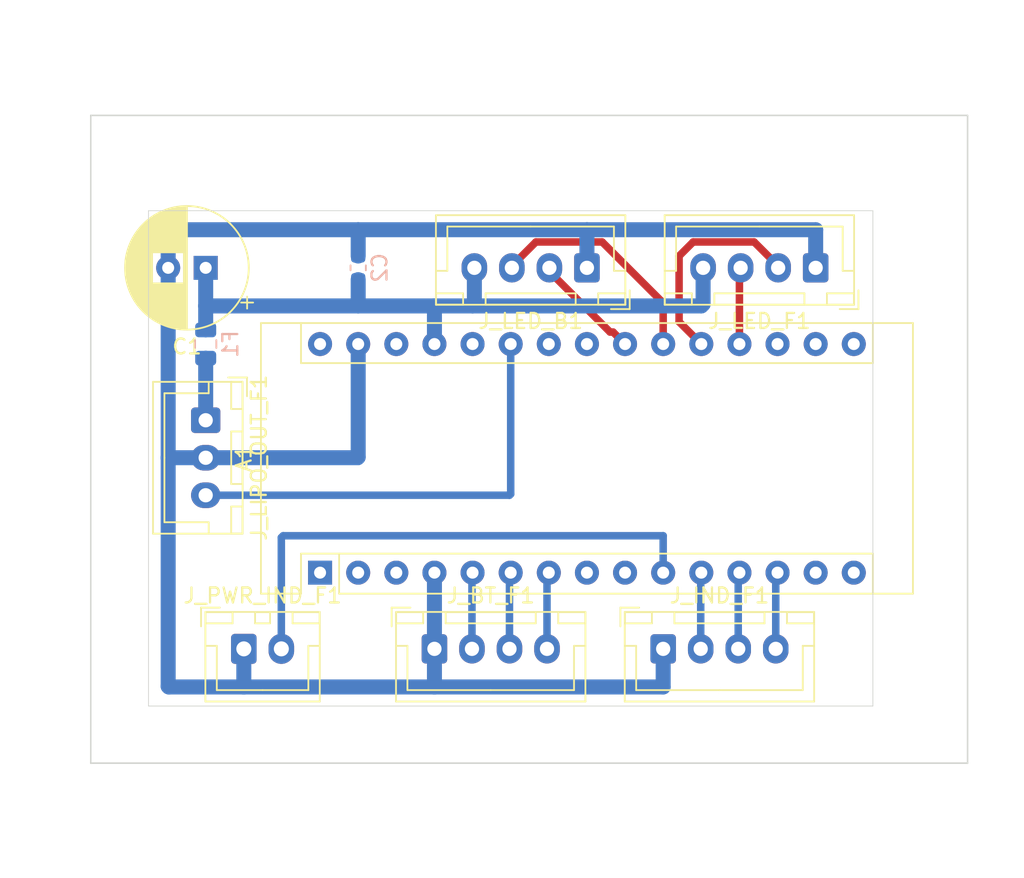
<source format=kicad_pcb>
(kicad_pcb (version 20211014) (generator pcbnew)
  (layers (0 "F.Cu" signal) (31 "B.Cu" signal) (34 "B.Paste" user) (35 "F.Paste" user) (36 "B.SilkS" user "B.Silkscreen") (37 "F.SilkS" user "F.Silkscreen") (38 "B.Mask" user) (39 "F.Mask" user) (44 "Edge.Cuts" user))
  (net 0 "")
  (net 1 "GND")
  (net 2 "BT_RIGHT_IND")
  (net 3 "BT_OFF_IND")
  (net 4 "+5V")
  (net 5 "BT_L_IND")
  (net 6 "PWR_IND")
  (net 7 "BAT_V")
  (net 8 "BT_RIGHT")
  (net 9 "BT_OFF")
  (net 10 "BT_L")
  (net 11 "CLOCK_LEDS_B")
  (net 12 "DATA_LEDS_B")
  (net 13 "CLOCK_LEDS_F")
  (net 14 "DATA_LEDS_F")
  (net 15 "Net-(F1-Pad1)")
  (footprint "Module:Arduino_Nano" (layer "F.Cu") (at 185.46 139.7 90)
    (fp_text reference "A1" (at 7.62 -5.08 90) (layer "F.SilkS"))
    (fp_text value "Arduino_Nano_v3.x")
    (fp_line (start 16.64 39.5) (end 16.64 -3.94) (layer "F.SilkS") (width 0.12))
    (fp_line (start 1.27 1.27) (end 1.27 36.83) (layer "F.SilkS") (width 0.12))
    (fp_line (start -1.4 1.27) (end -1.4 39.5) (layer "F.SilkS") (width 0.12))
    (fp_line (start 13.97 36.83) (end 16.64 36.83) (layer "F.SilkS") (width 0.12))
    (fp_line (start 1.27 1.27) (end 1.27 -1.27) (layer "F.SilkS") (width 0.12))
    (fp_line (start -1.4 -3.94) (end -1.4 -1.27) (layer "F.SilkS") (width 0.12))
    (fp_line (start 16.64 -3.94) (end -1.4 -3.94) (layer "F.SilkS") (width 0.12))
    (fp_line (start 1.27 -1.27) (end -1.4 -1.27) (layer "F.SilkS") (width 0.12))
    (fp_line (start 1.27 1.27) (end -1.4 1.27) (layer "F.SilkS") (width 0.12))
    (fp_line (start 13.97 -1.27) (end 16.64 -1.27) (layer "F.SilkS") (width 0.12))
    (fp_line (start 13.97 -1.27) (end 13.97 36.83) (layer "F.SilkS") (width 0.12))
    (fp_line (start 1.27 36.83) (end -1.4 36.83) (layer "F.SilkS") (width 0.12))
    (fp_line (start -1.4 39.5) (end 16.64 39.5) (layer "F.SilkS") (width 0.12))
    (pad "1" thru_hole rect locked (at 0 0 90) (size 1.6 1.6) (drill 0.8) (layers *.Cu *.Mask))
    (pad "2" thru_hole oval locked (at 0 2.54 90) (size 1.6 1.6) (drill 0.8) (layers *.Cu *.Mask))
    (pad "3" thru_hole oval locked (at 0 5.08 90) (size 1.6 1.6) (drill 0.8) (layers *.Cu *.Mask))
    (pad "4" thru_hole oval locked (at 0 7.62 90) (size 1.6 1.6) (drill 0.8) (layers *.Cu *.Mask) (net 1 "GND"))
    (pad "5" thru_hole oval locked (at 0 10.16 90) (size 1.6 1.6) (drill 0.8) (layers *.Cu *.Mask) (net 10 "BT_L"))
    (pad "6" thru_hole oval locked (at 0 12.7 90) (size 1.6 1.6) (drill 0.8) (layers *.Cu *.Mask) (net 9 "BT_OFF"))
    (pad "7" thru_hole oval locked (at 0 15.24 90) (size 1.6 1.6) (drill 0.8) (layers *.Cu *.Mask) (net 8 "BT_RIGHT"))
    (pad "8" thru_hole oval locked (at 0 17.78 90) (size 1.6 1.6) (drill 0.8) (layers *.Cu *.Mask))
    (pad "9" thru_hole oval locked (at 0 20.32 90) (size 1.6 1.6) (drill 0.8) (layers *.Cu *.Mask))
    (pad "10" thru_hole oval locked (at 0 22.86 90) (size 1.6 1.6) (drill 0.8) (layers *.Cu *.Mask) (net 6 "PWR_IND"))
    (pad "11" thru_hole oval locked (at 0 25.4 90) (size 1.6 1.6) (drill 0.8) (layers *.Cu *.Mask) (net 5 "BT_L_IND"))
    (pad "12" thru_hole oval locked (at 0 27.94 90) (size 1.6 1.6) (drill 0.8) (layers *.Cu *.Mask) (net 3 "BT_OFF_IND"))
    (pad "13" thru_hole oval locked (at 0 30.48 90) (size 1.6 1.6) (drill 0.8) (layers *.Cu *.Mask) (net 2 "BT_RIGHT_IND"))
    (pad "14" thru_hole oval locked (at 0 33.02 90) (size 1.6 1.6) (drill 0.8) (layers *.Cu *.Mask))
    (pad "15" thru_hole oval locked (at 0 35.56 90) (size 1.6 1.6) (drill 0.8) (layers *.Cu *.Mask))
    (pad "16" thru_hole oval locked (at 15.24 35.56 90) (size 1.6 1.6) (drill 0.8) (layers *.Cu *.Mask))
    (pad "17" thru_hole oval locked (at 15.24 33.02 90) (size 1.6 1.6) (drill 0.8) (layers *.Cu *.Mask))
    (pad "18" thru_hole oval locked (at 15.24 30.48 90) (size 1.6 1.6) (drill 0.8) (layers *.Cu *.Mask))
    (pad "19" thru_hole oval locked (at 15.24 27.94 90) (size 1.6 1.6) (drill 0.8) (layers *.Cu *.Mask) (net 14 "DATA_LEDS_F"))
    (pad "20" thru_hole oval locked (at 15.24 25.4 90) (size 1.6 1.6) (drill 0.8) (layers *.Cu *.Mask) (net 13 "CLOCK_LEDS_F"))
    (pad "21" thru_hole oval locked (at 15.24 22.86 90) (size 1.6 1.6) (drill 0.8) (layers *.Cu *.Mask) (net 12 "DATA_LEDS_B"))
    (pad "22" thru_hole oval locked (at 15.24 20.32 90) (size 1.6 1.6) (drill 0.8) (layers *.Cu *.Mask) (net 11 "CLOCK_LEDS_B"))
    (pad "23" thru_hole oval locked (at 15.24 17.78 90) (size 1.6 1.6) (drill 0.8) (layers *.Cu *.Mask))
    (pad "24" thru_hole oval locked (at 15.24 15.24 90) (size 1.6 1.6) (drill 0.8) (layers *.Cu *.Mask))
    (pad "25" thru_hole oval locked (at 15.24 12.7 90) (size 1.6 1.6) (drill 0.8) (layers *.Cu *.Mask) (net 7 "BAT_V"))
    (pad "26" thru_hole oval locked (at 15.24 10.16 90) (size 1.6 1.6) (drill 0.8) (layers *.Cu *.Mask))
    (pad "27" thru_hole oval locked (at 15.24 7.62 90) (size 1.6 1.6) (drill 0.8) (layers *.Cu *.Mask) (net 4 "+5V"))
    (pad "28" thru_hole oval locked (at 15.24 5.08 90) (size 1.6 1.6) (drill 0.8) (layers *.Cu *.Mask))
    (pad "29" thru_hole oval locked (at 15.24 2.54 90) (size 1.6 1.6) (drill 0.8) (layers *.Cu *.Mask) (net 1 "GND"))
    (pad "30" thru_hole oval locked (at 15.24 0 90) (size 1.6 1.6) (drill 0.8) (layers *.Cu *.Mask))
  )
  (footprint "Connector_JST:JST_XH_B4B-XH-A_1x04_P2.50mm_Vertical" (layer "F.Cu") (at 193.08 144.78)
    (fp_text reference "J_BT_F1" (at 3.75 -3.55) (layer "F.SilkS"))
    (fp_text value "Conn_01x04_Female")
    (fp_line (start 0.75 -2.45) (end 0.75 -1.7) (layer "F.SilkS") (width 0.12))
    (fp_line (start 10.05 -1.7) (end 10.05 -2.45) (layer "F.SilkS") (width 0.12))
    (fp_line (start 9.3 2.75) (end 3.75 2.75) (layer "F.SilkS") (width 0.12))
    (fp_line (start 10.05 -0.2) (end 9.3 -0.2) (layer "F.SilkS") (width 0.12))
    (fp_line (start -2.56 3.51) (end 10.06 3.51) (layer "F.SilkS") (width 0.12))
    (fp_line (start 10.06 3.51) (end 10.06 -2.46) (layer "F.SilkS") (width 0.12))
    (fp_line (start 9.3 -0.2) (end 9.3 2.75) (layer "F.SilkS") (width 0.12))
    (fp_line (start 0.75 -1.7) (end 6.75 -1.7) (layer "F.SilkS") (width 0.12))
    (fp_line (start -1.8 -0.2) (end -1.8 2.75) (layer "F.SilkS") (width 0.12))
    (fp_line (start -2.55 -2.45) (end -2.55 -1.7) (layer "F.SilkS") (width 0.12))
    (fp_line (start -2.55 -0.2) (end -1.8 -0.2) (layer "F.SilkS") (width 0.12))
    (fp_line (start 6.75 -1.7) (end 6.75 -2.45) (layer "F.SilkS") (width 0.12))
    (fp_line (start 10.06 -2.46) (end -2.56 -2.46) (layer "F.SilkS") (width 0.12))
    (fp_line (start -2.56 -2.46) (end -2.56 3.51) (layer "F.SilkS") (width 0.12))
    (fp_line (start -2.85 -2.75) (end -2.85 -1.5) (layer "F.SilkS") (width 0.12))
    (fp_line (start -1.6 -2.75) (end -2.85 -2.75) (layer "F.SilkS") (width 0.12))
    (fp_line (start -0.75 -1.7) (end -0.75 -2.45) (layer "F.SilkS") (width 0.12))
    (fp_line (start 10.05 -2.45) (end 8.25 -2.45) (layer "F.SilkS") (width 0.12))
    (fp_line (start -0.75 -2.45) (end -2.55 -2.45) (layer "F.SilkS") (width 0.12))
    (fp_line (start 8.25 -2.45) (end 8.25 -1.7) (layer "F.SilkS") (width 0.12))
    (fp_line (start -2.55 -1.7) (end -0.75 -1.7) (layer "F.SilkS") (width 0.12))
    (fp_line (start 8.25 -1.7) (end 10.05 -1.7) (layer "F.SilkS") (width 0.12))
    (fp_line (start 6.75 -2.45) (end 0.75 -2.45) (layer "F.SilkS") (width 0.12))
    (fp_line (start -1.8 2.75) (end 3.75 2.75) (layer "F.SilkS") (width 0.12))
    (pad "1" thru_hole roundrect locked (at 0 0) (size 1.7 1.95) (drill 0.95) (layers *.Cu *.Mask) (roundrect_rratio 0.147059) (net 1 "GND"))
    (pad "2" thru_hole oval locked (at 2.5 0) (size 1.7 1.95) (drill 0.95) (layers *.Cu *.Mask) (net 10 "BT_L"))
    (pad "3" thru_hole oval locked (at 5 0) (size 1.7 1.95) (drill 0.95) (layers *.Cu *.Mask) (net 9 "BT_OFF"))
    (pad "4" thru_hole oval locked (at 7.5 0) (size 1.7 1.95) (drill 0.95) (layers *.Cu *.Mask) (net 8 "BT_RIGHT"))
  )
  (footprint "Connector_JST:JST_XH_B4B-XH-A_1x04_P2.50mm_Vertical" (layer "F.Cu") (at 208.32 144.78)
    (fp_text reference "J_IND_F1" (at 3.75 -3.55) (layer "F.SilkS"))
    (fp_text value "Conn_01x04_Female")
    (fp_line (start -1.8 -0.2) (end -1.8 2.75) (layer "F.SilkS") (width 0.12))
    (fp_line (start -2.56 -2.46) (end -2.56 3.51) (layer "F.SilkS") (width 0.12))
    (fp_line (start 9.3 -0.2) (end 9.3 2.75) (layer "F.SilkS") (width 0.12))
    (fp_line (start -2.56 3.51) (end 10.06 3.51) (layer "F.SilkS") (width 0.12))
    (fp_line (start 6.75 -2.45) (end 0.75 -2.45) (layer "F.SilkS") (width 0.12))
    (fp_line (start -2.55 -2.45) (end -2.55 -1.7) (layer "F.SilkS") (width 0.12))
    (fp_line (start 10.06 -2.46) (end -2.56 -2.46) (layer "F.SilkS") (width 0.12))
    (fp_line (start 10.05 -0.2) (end 9.3 -0.2) (layer "F.SilkS") (width 0.12))
    (fp_line (start -1.8 2.75) (end 3.75 2.75) (layer "F.SilkS") (width 0.12))
    (fp_line (start 0.75 -1.7) (end 6.75 -1.7) (layer "F.SilkS") (width 0.12))
    (fp_line (start -0.75 -1.7) (end -0.75 -2.45) (layer "F.SilkS") (width 0.12))
    (fp_line (start 6.75 -1.7) (end 6.75 -2.45) (layer "F.SilkS") (width 0.12))
    (fp_line (start -2.55 -1.7) (end -0.75 -1.7) (layer "F.SilkS") (width 0.12))
    (fp_line (start -2.85 -2.75) (end -2.85 -1.5) (layer "F.SilkS") (width 0.12))
    (fp_line (start 0.75 -2.45) (end 0.75 -1.7) (layer "F.SilkS") (width 0.12))
    (fp_line (start 10.05 -1.7) (end 10.05 -2.45) (layer "F.SilkS") (width 0.12))
    (fp_line (start 10.05 -2.45) (end 8.25 -2.45) (layer "F.SilkS") (width 0.12))
    (fp_line (start -2.55 -0.2) (end -1.8 -0.2) (layer "F.SilkS") (width 0.12))
    (fp_line (start 9.3 2.75) (end 3.75 2.75) (layer "F.SilkS") (width 0.12))
    (fp_line (start -0.75 -2.45) (end -2.55 -2.45) (layer "F.SilkS") (width 0.12))
    (fp_line (start 10.06 3.51) (end 10.06 -2.46) (layer "F.SilkS") (width 0.12))
    (fp_line (start -1.6 -2.75) (end -2.85 -2.75) (layer "F.SilkS") (width 0.12))
    (fp_line (start 8.25 -1.7) (end 10.05 -1.7) (layer "F.SilkS") (width 0.12))
    (fp_line (start 8.25 -2.45) (end 8.25 -1.7) (layer "F.SilkS") (width 0.12))
    (pad "1" thru_hole roundrect locked (at 0 0) (size 1.7 1.95) (drill 0.95) (layers *.Cu *.Mask) (roundrect_rratio 0.147059) (net 1 "GND"))
    (pad "2" thru_hole oval locked (at 2.5 0) (size 1.7 1.95) (drill 0.95) (layers *.Cu *.Mask) (net 5 "BT_L_IND"))
    (pad "3" thru_hole oval locked (at 5 0) (size 1.7 1.95) (drill 0.95) (layers *.Cu *.Mask) (net 3 "BT_OFF_IND"))
    (pad "4" thru_hole oval locked (at 7.5 0) (size 1.7 1.95) (drill 0.95) (layers *.Cu *.Mask) (net 2 "BT_RIGHT_IND"))
  )
  (footprint "Connector_JST:JST_XH_B3B-XH-A_1x03_P2.50mm_Vertical" (layer "F.Cu") (at 177.84 129.54 -90)
    (fp_text reference "J_LIPO_OUT_F1" (at 2.5 -3.55 -90) (layer "F.SilkS"))
    (fp_text value "Conn_01x03_Female")
    (fp_line (start -2.56 -2.46) (end -2.56 3.51) (layer "F.SilkS") (width 0.12))
    (fp_line (start -2.85 -2.75) (end -2.85 -1.5) (layer "F.SilkS") (width 0.12))
    (fp_line (start 4.25 -2.45) (end 0.75 -2.45) (layer "F.SilkS") (width 0.12))
    (fp_line (start 6.8 2.75) (end 2.5 2.75) (layer "F.SilkS") (width 0.12))
    (fp_line (start 7.56 3.51) (end 7.56 -2.46) (layer "F.SilkS") (width 0.12))
    (fp_line (start 0.75 -2.45) (end 0.75 -1.7) (layer "F.SilkS") (width 0.12))
    (fp_line (start -1.8 2.75) (end 2.5 2.75) (layer "F.SilkS") (width 0.12))
    (fp_line (start -2.55 -0.2) (end -1.8 -0.2) (layer "F.SilkS") (width 0.12))
    (fp_line (start 7.55 -0.2) (end 6.8 -0.2) (layer "F.SilkS") (width 0.12))
    (fp_line (start 7.56 -2.46) (end -2.56 -2.46) (layer "F.SilkS") (width 0.12))
    (fp_line (start 4.25 -1.7) (end 4.25 -2.45) (layer "F.SilkS") (width 0.12))
    (fp_line (start -2.55 -1.7) (end -0.75 -1.7) (layer "F.SilkS") (width 0.12))
    (fp_line (start -2.55 -2.45) (end -2.55 -1.7) (layer "F.SilkS") (width 0.12))
    (fp_line (start 6.8 -0.2) (end 6.8 2.75) (layer "F.SilkS") (width 0.12))
    (fp_line (start -1.8 -0.2) (end -1.8 2.75) (layer "F.SilkS") (width 0.12))
    (fp_line (start 7.55 -2.45) (end 5.75 -2.45) (layer "F.SilkS") (width 0.12))
    (fp_line (start -1.6 -2.75) (end -2.85 -2.75) (layer "F.SilkS") (width 0.12))
    (fp_line (start -0.75 -2.45) (end -2.55 -2.45) (layer "F.SilkS") (width 0.12))
    (fp_line (start -2.56 3.51) (end 7.56 3.51) (layer "F.SilkS") (width 0.12))
    (fp_line (start -0.75 -1.7) (end -0.75 -2.45) (layer "F.SilkS") (width 0.12))
    (fp_line (start 5.75 -2.45) (end 5.75 -1.7) (layer "F.SilkS") (width 0.12))
    (fp_line (start 0.75 -1.7) (end 4.25 -1.7) (layer "F.SilkS") (width 0.12))
    (fp_line (start 7.55 -1.7) (end 7.55 -2.45) (layer "F.SilkS") (width 0.12))
    (fp_line (start 5.75 -1.7) (end 7.55 -1.7) (layer "F.SilkS") (width 0.12))
    (pad "1" thru_hole roundrect locked (at 0 0 270) (size 1.7 1.95) (drill 0.95) (layers *.Cu *.Mask) (roundrect_rratio 0.147059) (net 15 "Net-(F1-Pad1)"))
    (pad "2" thru_hole oval locked (at 2.5 0 270) (size 1.7 1.95) (drill 0.95) (layers *.Cu *.Mask) (net 1 "GND"))
    (pad "3" thru_hole oval locked (at 5 0 270) (size 1.7 1.95) (drill 0.95) (layers *.Cu *.Mask) (net 7 "BAT_V"))
  )
  (footprint "Connector_JST:JST_XH_B4B-XH-A_1x04_P2.50mm_Vertical" (layer "F.Cu") (at 203.24 119.38 180)
    (fp_text reference "J_LED_B1" (at 3.75 -3.55 180) (layer "F.SilkS"))
    (fp_text value "Conn_01x04_Female")
    (fp_line (start 10.05 -0.2) (end 9.3 -0.2) (layer "F.SilkS") (width 0.12))
    (fp_line (start 8.25 -1.7) (end 10.05 -1.7) (layer "F.SilkS") (width 0.12))
    (fp_line (start -2.55 -1.7) (end -0.75 -1.7) (layer "F.SilkS") (width 0.12))
    (fp_line (start 6.75 -2.45) (end 0.75 -2.45) (layer "F.SilkS") (width 0.12))
    (fp_line (start -1.6 -2.75) (end -2.85 -2.75) (layer "F.SilkS") (width 0.12))
    (fp_line (start 9.3 2.75) (end 3.75 2.75) (layer "F.SilkS") (width 0.12))
    (fp_line (start -1.8 -0.2) (end -1.8 2.75) (layer "F.SilkS") (width 0.12))
    (fp_line (start -2.55 -0.2) (end -1.8 -0.2) (layer "F.SilkS") (width 0.12))
    (fp_line (start -2.55 -2.45) (end -2.55 -1.7) (layer "F.SilkS") (width 0.12))
    (fp_line (start 10.05 -1.7) (end 10.05 -2.45) (layer "F.SilkS") (width 0.12))
    (fp_line (start -2.85 -2.75) (end -2.85 -1.5) (layer "F.SilkS") (width 0.12))
    (fp_line (start 10.05 -2.45) (end 8.25 -2.45) (layer "F.SilkS") (width 0.12))
    (fp_line (start 8.25 -2.45) (end 8.25 -1.7) (layer "F.SilkS") (width 0.12))
    (fp_line (start 10.06 -2.46) (end -2.56 -2.46) (layer "F.SilkS") (width 0.12))
    (fp_line (start 6.75 -1.7) (end 6.75 -2.45) (layer "F.SilkS") (width 0.12))
    (fp_line (start 0.75 -2.45) (end 0.75 -1.7) (layer "F.SilkS") (width 0.12))
    (fp_line (start -0.75 -2.45) (end -2.55 -2.45) (layer "F.SilkS") (width 0.12))
    (fp_line (start -0.75 -1.7) (end -0.75 -2.45) (layer "F.SilkS") (width 0.12))
    (fp_line (start -1.8 2.75) (end 3.75 2.75) (layer "F.SilkS") (width 0.12))
    (fp_line (start -2.56 -2.46) (end -2.56 3.51) (layer "F.SilkS") (width 0.12))
    (fp_line (start -2.56 3.51) (end 10.06 3.51) (layer "F.SilkS") (width 0.12))
    (fp_line (start 9.3 -0.2) (end 9.3 2.75) (layer "F.SilkS") (width 0.12))
    (fp_line (start 10.06 3.51) (end 10.06 -2.46) (layer "F.SilkS") (width 0.12))
    (fp_line (start 0.75 -1.7) (end 6.75 -1.7) (layer "F.SilkS") (width 0.12))
    (pad "1" thru_hole roundrect locked (at 0 0 180) (size 1.7 1.95) (drill 0.95) (layers *.Cu *.Mask) (roundrect_rratio 0.147059) (net 1 "GND"))
    (pad "2" thru_hole oval locked (at 2.5 0 180) (size 1.7 1.95) (drill 0.95) (layers *.Cu *.Mask) (net 11 "CLOCK_LEDS_B"))
    (pad "3" thru_hole oval locked (at 5 0 180) (size 1.7 1.95) (drill 0.95) (layers *.Cu *.Mask) (net 12 "DATA_LEDS_B"))
    (pad "4" thru_hole oval locked (at 7.5 0 180) (size 1.7 1.95) (drill 0.95) (layers *.Cu *.Mask) (net 4 "+5V"))
  )
  (footprint "Connector_JST:JST_XH_B4B-XH-A_1x04_P2.50mm_Vertical" (layer "F.Cu") (at 218.48 119.38 180)
    (fp_text reference "J_LED_F1" (at 3.75 -3.55 180) (layer "F.SilkS"))
    (fp_text value "Conn_01x04_Female")
    (fp_line (start 8.25 -2.45) (end 8.25 -1.7) (layer "F.SilkS") (width 0.12))
    (fp_line (start -1.6 -2.75) (end -2.85 -2.75) (layer "F.SilkS") (width 0.12))
    (fp_line (start -2.56 -2.46) (end -2.56 3.51) (layer "F.SilkS") (width 0.12))
    (fp_line (start 10.05 -2.45) (end 8.25 -2.45) (layer "F.SilkS") (width 0.12))
    (fp_line (start 6.75 -2.45) (end 0.75 -2.45) (layer "F.SilkS") (width 0.12))
    (fp_line (start 9.3 -0.2) (end 9.3 2.75) (layer "F.SilkS") (width 0.12))
    (fp_line (start -2.55 -2.45) (end -2.55 -1.7) (layer "F.SilkS") (width 0.12))
    (fp_line (start 0.75 -2.45) (end 0.75 -1.7) (layer "F.SilkS") (width 0.12))
    (fp_line (start 10.05 -1.7) (end 10.05 -2.45) (layer "F.SilkS") (width 0.12))
    (fp_line (start 9.3 2.75) (end 3.75 2.75) (layer "F.SilkS") (width 0.12))
    (fp_line (start -1.8 2.75) (end 3.75 2.75) (layer "F.SilkS") (width 0.12))
    (fp_line (start -2.55 -1.7) (end -0.75 -1.7) (layer "F.SilkS") (width 0.12))
    (fp_line (start 6.75 -1.7) (end 6.75 -2.45) (layer "F.SilkS") (width 0.12))
    (fp_line (start 8.25 -1.7) (end 10.05 -1.7) (layer "F.SilkS") (width 0.12))
    (fp_line (start -0.75 -2.45) (end -2.55 -2.45) (layer "F.SilkS") (width 0.12))
    (fp_line (start 0.75 -1.7) (end 6.75 -1.7) (layer "F.SilkS") (width 0.12))
    (fp_line (start 10.05 -0.2) (end 9.3 -0.2) (layer "F.SilkS") (width 0.12))
    (fp_line (start -2.55 -0.2) (end -1.8 -0.2) (layer "F.SilkS") (width 0.12))
    (fp_line (start -2.56 3.51) (end 10.06 3.51) (layer "F.SilkS") (width 0.12))
    (fp_line (start -0.75 -1.7) (end -0.75 -2.45) (layer "F.SilkS") (width 0.12))
    (fp_line (start -1.8 -0.2) (end -1.8 2.75) (layer "F.SilkS") (width 0.12))
    (fp_line (start 10.06 -2.46) (end -2.56 -2.46) (layer "F.SilkS") (width 0.12))
    (fp_line (start 10.06 3.51) (end 10.06 -2.46) (layer "F.SilkS") (width 0.12))
    (fp_line (start -2.85 -2.75) (end -2.85 -1.5) (layer "F.SilkS") (width 0.12))
    (pad "1" thru_hole roundrect locked (at 0 0 180) (size 1.7 1.95) (drill 0.95) (layers *.Cu *.Mask) (roundrect_rratio 0.147059) (net 1 "GND"))
    (pad "2" thru_hole oval locked (at 2.5 0 180) (size 1.7 1.95) (drill 0.95) (layers *.Cu *.Mask) (net 13 "CLOCK_LEDS_F"))
    (pad "3" thru_hole oval locked (at 5 0 180) (size 1.7 1.95) (drill 0.95) (layers *.Cu *.Mask) (net 14 "DATA_LEDS_F"))
    (pad "4" thru_hole oval locked (at 7.5 0 180) (size 1.7 1.95) (drill 0.95) (layers *.Cu *.Mask) (net 4 "+5V"))
  )
  (footprint "Connector_JST:JST_XH_B2B-XH-A_1x02_P2.50mm_Vertical" (layer "F.Cu") (at 180.38 144.78)
    (fp_text reference "J_PWR_IND_F1" (at 1.25 -3.55) (layer "F.SilkS"))
    (fp_text value "Conn_01x02_Female")
    (fp_line (start -2.56 -2.46) (end -2.56 3.51) (layer "F.SilkS") (width 0.12))
    (fp_line (start 5.06 3.51) (end 5.06 -2.46) (layer "F.SilkS") (width 0.12))
    (fp_line (start 0.75 -1.7) (end 1.75 -1.7) (layer "F.SilkS") (width 0.12))
    (fp_line (start -2.55 -2.45) (end -2.55 -1.7) (layer "F.SilkS") (width 0.12))
    (fp_line (start 5.05 -2.45) (end 3.25 -2.45) (layer "F.SilkS") (width 0.12))
    (fp_line (start 0.75 -2.45) (end 0.75 -1.7) (layer "F.SilkS") (width 0.12))
    (fp_line (start 4.3 2.75) (end 1.25 2.75) (layer "F.SilkS") (width 0.12))
    (fp_line (start -0.75 -2.45) (end -2.55 -2.45) (layer "F.SilkS") (width 0.12))
    (fp_line (start -2.85 -2.75) (end -2.85 -1.5) (layer "F.SilkS") (width 0.12))
    (fp_line (start 5.05 -1.7) (end 5.05 -2.45) (layer "F.SilkS") (width 0.12))
    (fp_line (start 5.06 -2.46) (end -2.56 -2.46) (layer "F.SilkS") (width 0.12))
    (fp_line (start 5.05 -0.2) (end 4.3 -0.2) (layer "F.SilkS") (width 0.12))
    (fp_line (start -0.75 -1.7) (end -0.75 -2.45) (layer "F.SilkS") (width 0.12))
    (fp_line (start 3.25 -2.45) (end 3.25 -1.7) (layer "F.SilkS") (width 0.12))
    (fp_line (start 1.75 -2.45) (end 0.75 -2.45) (layer "F.SilkS") (width 0.12))
    (fp_line (start -1.6 -2.75) (end -2.85 -2.75) (layer "F.SilkS") (width 0.12))
    (fp_line (start -1.8 -0.2) (end -1.8 2.75) (layer "F.SilkS") (width 0.12))
    (fp_line (start 4.3 -0.2) (end 4.3 2.75) (layer "F.SilkS") (width 0.12))
    (fp_line (start -2.55 -0.2) (end -1.8 -0.2) (layer "F.SilkS") (width 0.12))
    (fp_line (start -2.56 3.51) (end 5.06 3.51) (layer "F.SilkS") (width 0.12))
    (fp_line (start 1.75 -1.7) (end 1.75 -2.45) (layer "F.SilkS") (width 0.12))
    (fp_line (start -1.8 2.75) (end 1.25 2.75) (layer "F.SilkS") (width 0.12))
    (fp_line (start 3.25 -1.7) (end 5.05 -1.7) (layer "F.SilkS") (width 0.12))
    (fp_line (start -2.55 -1.7) (end -0.75 -1.7) (layer "F.SilkS") (width 0.12))
    (pad "1" thru_hole roundrect locked (at 0 0) (size 1.7 2) (drill 1) (layers *.Cu *.Mask) (roundrect_rratio 0.147059) (net 1 "GND"))
    (pad "2" thru_hole oval locked (at 2.5 0) (size 1.7 2) (drill 1) (layers *.Cu *.Mask) (net 6 "PWR_IND"))
  )
  (footprint "Capacitor_THT:CP_Radial_D8.0mm_P2.50mm" (layer "F.Cu") (at 177.84 119.38 180)
    (fp_text reference "C1" (at 1.25 -5.25 180) (layer "F.SilkS"))
    (fp_text value "200uF")
    (fp_line (start 3.051 -3.666) (end 3.051 -1.04) (layer "F.SilkS") (width 0.12))
    (fp_line (start 2.891 -3.74) (end 2.891 -1.04) (layer "F.SilkS") (width 0.12))
    (fp_line (start 3.251 1.04) (end 3.251 3.562) (layer "F.SilkS") (width 0.12))
    (fp_line (start 2.131 -3.985) (end 2.131 -1.04) (layer "F.SilkS") (width 0.12))
    (fp_line (start 3.411 1.04) (end 3.411 3.469) (layer "F.SilkS") (width 0.12))
    (fp_line (start 3.211 1.04) (end 3.211 3.584) (layer "F.SilkS") (width 0.12))
    (fp_line (start 4.811 -2.034) (end 4.811 2.034) (layer "F.SilkS") (width 0.12))
    (fp_line (start 1.57 1.04) (end 1.57 4.068) (layer "F.SilkS") (width 0.12))
    (fp_line (start 1.93 1.04) (end 1.93 4.024) (layer "F.SilkS") (width 0.12))
    (fp_line (start 3.691 -3.28) (end 3.691 3.28) (layer "F.SilkS") (width 0.12))
    (fp_line (start 2.931 -3.722) (end 2.931 -1.04) (layer "F.SilkS") (width 0.12))
    (fp_line (start 1.81 1.04) (end 1.81 4.042) (layer "F.SilkS") (width 0.12))
    (fp_line (start 1.49 -4.074) (end 1.49 -1.04) (layer "F.SilkS") (width 0.12))
    (fp_line (start 1.53 1.04) (end 1.53 4.071) (layer "F.SilkS") (width 0.12))
    (fp_line (start 3.651 -3.309) (end 3.651 3.309) (layer "F.SilkS") (width 0.12))
    (fp_line (start 3.731 -3.25) (end 3.731 3.25) (layer "F.SilkS") (width 0.12))
    (fp_line (start 1.69 1.04) (end 1.69 4.057) (layer "F.SilkS") (width 0.12))
    (fp_line (start 4.531 -2.454) (end 4.531 2.454) (layer "F.SilkS") (width 0.12))
    (fp_line (start 3.171 1.04) (end 3.171 3.606) (layer "F.SilkS") (width 0.12))
    (fp_line (start 1.45 -4.076) (end 1.45 4.076) (layer "F.SilkS") (width 0.12))
    (fp_line (start 4.451 -2.556) (end 4.451 2.556) (layer "F.SilkS") (width 0.12))
    (fp_line (start 2.731 1.04) (end 2.731 3.805) (layer "F.SilkS") (width 0.12))
    (fp_line (start 3.291 -3.54) (end 3.291 -1.04) (layer "F.SilkS") (width 0.12))
    (fp_line (start 2.051 -4.002) (end 2.051 -1.04) (layer "F.SilkS") (width 0.12))
    (fp_line (start 1.85 1.04) (end 1.85 4.037) (layer "F.SilkS") (width 0.12))
    (fp_line (start 5.251 -0.948) (end 5.251 0.948) (layer "F.SilkS") (width 0.12))
    (fp_line (start 5.171 -1.229) (end 5.171 1.229) (layer "F.SilkS") (width 0.12))
    (fp_line (start 4.731 -2.166) (end 4.731 2.166) (layer "F.SilkS") (width 0.12))
    (fp_line (start 1.61 1.04) (end 1.61 4.065) (layer "F.SilkS") (width 0.12))
    (fp_line (start 5.331 -0.533) (end 5.331 0.533) (layer "F.SilkS") (width 0.12))
    (fp_line (start 4.691 -2.228) (end 4.691 2.228) (layer "F.SilkS") (width 0.12))
    (fp_line (start 2.971 -3.704) (end 2.971 -1.04) (layer "F.SilkS") (width 0.12))
    (fp_line (start 2.691 -3.821) (end 2.691 -1.04) (layer "F.SilkS") (width 0.12))
    (fp_line (start 3.411 -3.469) (end 3.411 -1.04) (layer "F.SilkS") (width 0.12))
    (fp_line (start 2.851 1.04) (end 2.851 3.757) (layer "F.SilkS") (width 0.12))
    (fp_line (start 3.211 -3.584) (end 3.211 -1.04) (layer "F.SilkS") (width 0.12))
    (fp_line (start 3.451 1.04) (end 3.451 3.444) (layer "F.SilkS") (width 0.12))
    (fp_line (start 2.211 -3.967) (end 2.211 -1.04) (layer "F.SilkS") (width 0.12))
    (fp_line (start 3.611 -3.338) (end 3.611 3.338) (layer "F.SilkS") (width 0.12))
    (fp_line (start 4.251 -2.784) (end 4.251 2.784) (layer "F.SilkS") (width 0.12))
    (fp_line (start 1.93 -4.024) (end 1.93 -1.04) (layer "F.SilkS") (width 0.12))
    (fp_line (start 5.131 -1.346) (end 5.131 1.346) (layer "F.SilkS") (width 0.12))
    (fp_line (start -2.759698 -2.715) (end -2.759698 -1.915) (layer "F.SilkS") (width 0.12))
    (fp_line (start 1.29 -4.08) (end 1.29 4.08) (layer "F.SilkS") (width 0.12))
    (fp_line (start 4.611 -2.345) (end 4.611 2.345) (layer "F.SilkS") (width 0.12))
    (fp_line (start 1.73 -4.052) (end 1.73 -1.04) (layer "F.SilkS") (width 0.12))
    (fp_line (start 2.411 -3.914) (end 2.411 -1.04) (layer "F.SilkS") (width 0.12))
    (fp_line (start 4.851 -1.964) (end 4.851 1.964) (layer "F.SilkS") (width 0.12))
    (fp_line (start 3.371 1.04) (end 3.371 3.493) (layer "F.SilkS") (width 0.12))
    (fp_line (start 3.971 -3.055) (end 3.971 3.055) (layer "F.SilkS") (width 0.12))
    (fp_line (start 1.77 -4.048) (end 1.77 -1.04) (layer "F.SilkS") (width 0.12))
    (fp_line (start 3.051 1.04) (end 3.051 3.666) (layer "F.SilkS") (width 0.12))
    (fp_line (start 4.291 -2.741) (end 4.291 2.741) (layer "F.SilkS") (width 0.12))
    (fp_line (start 1.41 -4.077) (end 1.41 4.077) (layer "F.SilkS") (width 0.12))
    (fp_line (start 1.89 1.04) (end 1.89 4.03) (layer "F.SilkS") (width 0.12))
    (fp_line (start 3.331 -3.517) (end 3.331 -1.04) (layer "F.SilkS") (width 0.12))
    (fp_line (start 2.451 -3.902) (end 2.451 -1.04) (layer "F.SilkS") (width 0.12))
    (fp_line (start 2.731 -3.805) (end 2.731 -1.04) (layer "F.SilkS") (width 0.12))
    (fp_line (start 2.891 1.04) (end 2.891 3.74) (layer "F.SilkS") (width 0.12))
    (fp_line (start 2.291 1.04) (end 2.291 3.947) (layer "F.SilkS") (width 0.12))
    (fp_line (start -3.159698 -2.315) (end -2.359698 -2.315) (layer "F.SilkS") (width 0.12))
    (fp_line (start 2.491 -3.889) (end 2.491 -1.04) (layer "F.SilkS") (width 0.12))
    (fp_line (start 2.531 1.04) (end 2.531 3.877) (layer "F.SilkS") (width 0.12))
    (fp_line (start 4.491 -2.505) (end 4.491 2.505) (layer "F.SilkS") (width 0.12))
    (fp_line (start 1.81 -4.042) (end 1.81 -1.04) (layer "F.SilkS") (width 0.12))
    (fp_line (start 2.611 -3.85) (end 2.611 -1.04) (layer "F.SilkS") (width 0.12))
    (fp_line (start 1.65 -4.061) (end 1.65 -1.04) (layer "F.SilkS") (width 0.12))
    (fp_line (start 2.651 -3.835) (end 2.651 -1.04) (layer "F.SilkS") (width 0.12))
    (fp_line (start 2.971 1.04) (end 2.971 3.704) (layer "F.SilkS") (width 0.12))
    (fp_line (start 1.971 -4.017) (end 1.971 -1.04) (layer "F.SilkS") (width 0.12))
    (fp_line (start 5.091 -1.453) (end 5.091 1.453) (layer "F.SilkS") (width 0.12))
    (fp_line (start 2.851 -3.757) (end 2.851 -1.04) (layer "F.SilkS") (width 0.12))
    (fp_line (start 3.851 -3.156) (end 3.851 3.156) (layer "F.SilkS") (width 0.12))
    (fp_line (start 1.971 1.04) (end 1.971 4.017) (layer "F.SilkS") (width 0.12))
    (fp_line (start 4.931 -1.813) (end 4.931 1.813) (layer "F.SilkS") (width 0.12))
    (fp_line (start 2.931 1.04) (end 2.931 3.722) (layer "F.SilkS") (width 0.12))
    (fp_line (start 3.931 -3.09) (end 3.931 3.09) (layer "F.SilkS") (width 0.12))
    (fp_line (start 3.131 -3.627) (end 3.131 -1.04) (layer "F.SilkS") (width 0.12))
    (fp_line (start 2.171 1.04) (end 2.171 3.976) (layer "F.SilkS") (width 0.12))
    (fp_line (start 5.211 -1.098) (end 5.211 1.098) (layer "F.SilkS") (width 0.12))
    (fp_line (start 3.771 -3.22) (end 3.771 3.22) (layer "F.SilkS") (width 0.12))
    (fp_line (start 2.811 -3.774) (end 2.811 -1.04) (layer "F.SilkS") (width 0.12))
    (fp_line (start 3.531 1.04) (end 3.531 3.392) (layer "F.SilkS") (width 0.12))
    (fp_line (start 2.091 1.04) (end 2.091 3.994) (layer "F.SilkS") (width 0.12))
    (fp_line (start 2.291 -3.947) (end 2.291 -1.04) (layer "F.SilkS") (width 0.12))
    (fp_line (start 1.57 -4.068) (end 1.57 -1.04) (layer "F.SilkS") (width 0.12))
    (fp_line (start 4.571 -2.4) (end 4.571 2.4) (layer "F.SilkS") (width 0.12))
    (fp_line (start 3.891 -3.124) (end 3.891 3.124) (layer "F.SilkS") (width 0.12))
    (fp_line (start 1.77 1.04) (end 1.77 4.048) (layer "F.SilkS") (width 0.12))
    (fp_line (start 2.171 -3.976) (end 2.171 -1.04) (layer "F.SilkS") (width 0.12))
    (fp_line (start 2.211 1.04) (end 2.211 3.967) (layer "F.SilkS") (width 0.12))
    (fp_line (start 2.251 -3.957) (end 2.251 -1.04) (layer "F.SilkS") (width 0.12))
    (fp_line (start 3.451 -3.444) (end 3.451 -1.04) (layer "F.SilkS") (width 0.12))
    (fp_line (start 4.411 -2.604) (end 4.411 2.604) (layer "F.SilkS") (width 0.12))
    (fp_line (start 5.011 -1.645) (end 5.011 1.645) (layer "F.SilkS") (width 0.12))
    (fp_line (start 2.611 1.04) (end 2.611 3.85) (layer "F.SilkS") (width 0.12))
    (fp_line (start 2.571 1.04) (end 2.571 3.863) (layer "F.SilkS") (width 0.12))
    (fp_line (start 3.491 1.04) (end 3.491 3.418) (layer "F.SilkS") (width 0.12))
    (fp_line (start 1.73 1.04) (end 1.73 4.052) (layer "F.SilkS") (width 0.12))
    (fp_line (start 2.571 -3.863) (end 2.571 -1.04) (layer "F.SilkS") (width 0.12))
    (fp_line (start 2.371 1.04) (end 2.371 3.925) (layer "F.SilkS") (width 0.12))
    (fp_line (start 3.291 1.04) (end 3.291 3.54) (layer "F.SilkS") (width 0.12))
    (fp_line (start 3.491 -3.418) (end 3.491 -1.04) (layer "F.SilkS") (width 0.12))
    (fp_line (start 4.331 -2.697) (end 4.331 2.697) (layer "F.SilkS") (width 0.12))
    (fp_line (start 3.011 -3.686) (end 3.011 -1.04) (layer "F.SilkS") (width 0.12))
    (fp_line (start 2.251 1.04) (end 2.251 3.957) (layer "F.SilkS") (width 0.12))
    (fp_line (start 2.051 1.04) (end 2.051 4.002) (layer "F.SilkS") (width 0.12))
    (fp_line (start 1.61 -4.065) (end 1.61 -1.04) (layer "F.SilkS") (width 0.12))
    (fp_line (start 4.371 -2.651) (end 4.371 2.651) (layer "F.SilkS") (width 0.12))
    (fp_line (start 3.331 1.04) (end 3.331 3.517) (layer "F.SilkS") (width 0.12))
    (fp_line (start 3.011 1.04) (end 3.011 3.686) (layer "F.SilkS") (width 0.12))
    (fp_line (start 2.771 -3.79) (end 2.771 -1.04) (layer "F.SilkS") (width 0.12))
    (fp_line (start 1.25 -4.08) (end 1.25 4.08) (layer "F.SilkS") (width 0.12))
    (fp_line (start 4.211 -2.826) (end 4.211 2.826) (layer "F.SilkS") (width 0.12))
    (fp_line (start 1.53 -4.071) (end 1.53 -1.04) (layer "F.SilkS") (width 0.12))
    (fp_line (start 2.651 1.04) (end 2.651 3.835) (layer "F.SilkS") (width 0.12))
    (fp_line (start 1.69 -4.057) (end 1.69 -1.04) (layer "F.SilkS") (width 0.12))
    (fp_line (start 2.331 -3.936) (end 2.331 -1.04) (layer "F.SilkS") (width 0.12))
    (fp_line (start 3.171 -3.606) (end 3.171 -1.04) (layer "F.SilkS") (width 0.12))
    (fp_line (start 4.011 -3.019) (end 4.011 3.019) (layer "F.SilkS") (width 0.12))
    (fp_line (start 4.651 -2.287) (end 4.651 2.287) (layer "F.SilkS") (width 0.12))
    (fp_line (start 2.331 1.04) (end 2.331 3.936) (layer "F.SilkS") (width 0.12))
    (fp_line (start 1.33 -4.08) (end 1.33 4.08) (layer "F.SilkS") (width 0.12))
    (fp_line (start 3.091 1.04) (end 3.091 3.647) (layer "F.SilkS") (width 0.12))
    (fp_line (start 2.531 -3.877) (end 2.531 -1.04) (layer "F.SilkS") (width 0.12))
    (fp_line (start 4.891 -1.89) (end 4.891 1.89) (layer "F.SilkS") (width 0.12))
    (fp_line (start 2.411 1.04) (end 2.411 3.914) (layer "F.SilkS") (width 0.12))
    (fp_line (start 2.771 1.04) (end 2.771 3.79) (layer "F.SilkS") (width 0.12))
    (fp_line (start 4.091 -2.945) (end 4.091 2.945) (layer "F.SilkS") (width 0.12))
    (fp_line (start 4.971 -1.731) (end 4.971 1.731) (layer "F.SilkS") (width 0.12))
    (fp_line (start 4.131 -2.907) (end 4.131 2.907) (layer "F.SilkS") (width 0.12))
    (fp_line (start 2.691 1.04) (end 2.691 3.821) (layer "F.SilkS") (width 0.12))
    (fp_line (start 1.89 -4.03) (end 1.89 -1.04) (layer "F.SilkS") (width 0.12))
    (fp_line (start 3.371 -3.493) (end 3.371 -1.04) (layer "F.SilkS") (width 0.12))
    (fp_line (start 4.171 -2.867) (end 4.171 2.867) (layer "F.SilkS") (width 0.12))
    (fp_line (start 1.85 -4.037) (end 1.85 -1.04) (layer "F.SilkS") (width 0.12))
    (fp_line (start 2.811 1.04) (end 2.811 3.774) (layer "F.SilkS") (width 0.12))
    (fp_line (start 1.65 1.04) (end 1.65 4.061) (layer "F.SilkS") (width 0.12))
    (fp_line (start 2.491 1.04) (end 2.491 3.889) (layer "F.SilkS") (width 0.12))
    (fp_line (start 1.37 -4.079) (end 1.37 4.079) (layer "F.SilkS") (width 0.12))
    (fp_line (start 3.131 1.04) (end 3.131 3.627) (layer "F.SilkS") (width 0.12))
    (fp_line (start 3.251 -3.562) (end 3.251 -1.04) (layer "F.SilkS") (width 0.12))
    (fp_line (start 3.571 -3.365) (end 3.571 3.365) (layer "F.SilkS") (width 0.12))
    (fp_line (start 5.291 -0.768) (end 5.291 0.768) (layer "F.SilkS") (width 0.12))
    (fp_line (start 3.531 -3.392) (end 3.531 -1.04) (layer "F.SilkS") (width 0.12))
    (fp_line (start 2.091 -3.994) (end 2.091 -1.04) (layer "F.SilkS") (width 0.12))
    (fp_line (start 3.091 -3.647) (end 3.091 -1.04) (layer "F.SilkS") (width 0.12))
    (fp_line (start 2.371 -3.925) (end 2.371 -1.04) (layer "F.SilkS") (width 0.12))
    (fp_line (start 4.051 -2.983) (end 4.051 2.983) (layer "F.SilkS") (width 0.12))
    (fp_line (start 5.051 -1.552) (end 5.051 1.552) (layer "F.SilkS") (width 0.12))
    (fp_line (start 1.49 1.04) (end 1.49 4.074) (layer "F.SilkS") (width 0.12))
    (fp_line (start 2.011 -4.01) (end 2.011 -1.04) (layer "F.SilkS") (width 0.12))
    (fp_line (start 2.451 1.04) (end 2.451 3.902) (layer "F.SilkS") (width 0.12))
    (fp_line (start 4.771 -2.102) (end 4.771 2.102) (layer "F.SilkS") (width 0.12))
    (fp_line (start 2.011 1.04) (end 2.011 4.01) (layer "F.SilkS") (width 0.12))
    (fp_line (start 2.131 1.04) (end 2.131 3.985) (layer "F.SilkS") (width 0.12))
    (fp_line (start 3.811 -3.189) (end 3.811 3.189) (layer "F.SilkS") (width 0.12))
    (fp_circle (center 1.25 0) (end 5.37 0) (layer "F.SilkS") (width 0.12) (fill none))
    (pad "1" thru_hole rect locked (at 0 0 180) (size 1.6 1.6) (drill 0.8) (layers *.Cu *.Mask) (net 4 "+5V"))
    (pad "2" thru_hole circle locked (at 2.5 0 180) (size 1.6 1.6) (drill 0.8) (layers *.Cu *.Mask) (net 1 "GND"))
  )
  (footprint "Capacitor_SMD:C_0603_1608Metric" (layer "B.Cu") (at 188 119.38 90)
    (fp_text reference "C2" (at 0 1.43 90) (layer "B.SilkS") (effects (justify mirror)))
    (fp_text value "100nF")
    (fp_line (start -0.162779 -0.51) (end 0.162779 -0.51) (layer "B.SilkS") (width 0.12))
    (fp_line (start -0.162779 0.51) (end 0.162779 0.51) (layer "B.SilkS") (width 0.12))
    (pad "1" smd roundrect locked (at -0.7875 0 90) (size 0.875 0.95) (layers "B.Cu" "B.Paste" "B.Mask") (net 4 "+5V"))
    (pad "2" smd roundrect locked (at 0.7875 0 90) (size 0.875 0.95) (layers "B.Cu" "B.Paste" "B.Mask") (net 1 "GND"))
  )
  (footprint "Fuse:Fuse_0805_2012Metric" (layer "B.Cu") (at 177.84 124.46 90)
    (fp_text reference "F1" (at 0 1.65 90) (layer "B.SilkS") (effects (justify mirror)))
    (fp_text value "0.5A")
    (fp_line (start -0.258578 0.71) (end 0.258578 0.71) (layer "B.SilkS") (width 0.12))
    (fp_line (start -0.258578 -0.71) (end 0.258578 -0.71) (layer "B.SilkS") (width 0.12))
    (pad "1" smd roundrect locked (at -0.9375 0 90) (size 0.975 1.4) (layers "B.Cu" "B.Paste" "B.Mask") (net 15 "Net-(F1-Pad1)"))
    (pad "2" smd roundrect locked (at 0.9375 0 90) (size 0.975 1.4) (layers "B.Cu" "B.Paste" "B.Mask") (net 4 "+5V"))
  )
  (gr_line (start 174.03 148.59) (end 174.03 115.57) (layer "Edge.Cuts") (width 0.05))
  (gr_line (start 228.6 109.22) (end 170.18 109.22) (layer "Edge.Cuts") (width 0.1))
  (gr_line (start 170.18 109.22) (end 170.18 152.4) (layer "Edge.Cuts") (width 0.1))
  (gr_line (start 228.6 152.4) (end 228.6 109.22) (layer "Edge.Cuts") (width 0.1))
  (gr_line (start 170.18 152.4) (end 228.6 152.4) (layer "Edge.Cuts") (width 0.1))
  (gr_line (start 222.29 115.57) (end 222.29 148.59) (layer "Edge.Cuts") (width 0.05))
  (gr_line (start 174.03 115.57) (end 222.29 115.57) (layer "Edge.Cuts") (width 0.05))
  (gr_line (start 222.29 148.59) (end 174.03 148.59) (layer "Edge.Cuts") (width 0.05))
  (segment (start 193.08 147.32) (end 193.08 144.78) (width 1) (layer "B.Cu") (net 1))
  (segment (start 187.96 124.42) (end 188 124.46) (width 1) (layer "B.Cu") (net 1))
  (segment (start 177.84 132.04) (end 175.34 132.04) (width 1) (layer "B.Cu") (net 1))
  (segment (start 175.38 116.84) (end 188 116.84) (width 1) (layer "B.Cu") (net 1))
  (segment (start 208.32 147.32) (end 193.08 147.32) (width 1) (layer "B.Cu") (net 1))
  (segment (start 208.32 144.78) (end 208.32 147.32) (width 1) (layer "B.Cu") (net 1))
  (segment (start 180.38 147.32) (end 180.38 144.78) (width 1) (layer "B.Cu") (net 1))
  (segment (start 175.34 132.04) (end 175.34 116.88) (width 1) (layer "B.Cu") (net 1))
  (segment (start 175.38 147.32) (end 180.38 147.32) (width 1) (layer "B.Cu") (net 1))
  (segment (start 190.54 147.32) (end 193.08 147.32) (width 1) (layer "B.Cu") (net 1))
  (segment (start 188 132) (end 188 124.46) (width 1) (layer "B.Cu") (net 1))
  (segment (start 188 116.84) (end 203.24 116.84) (width 1) (layer "B.Cu") (net 1))
  (segment (start 188 118.5925) (end 188 116.84) (width 1) (layer "B.Cu") (net 1))
  (segment (start 175.34 116.88) (end 175.38 116.84) (width 1) (layer "B.Cu") (net 1))
  (segment (start 218.48 116.84) (end 218.48 119.38) (width 1) (layer "B.Cu") (net 1))
  (segment (start 203.24 119.38) (end 203.24 116.84) (width 1) (layer "B.Cu") (net 1))
  (segment (start 175.34 132.04) (end 175.34 147.28) (width 1) (layer "B.Cu") (net 1))
  (segment (start 203.24 116.84) (end 218.48 116.84) (width 1) (layer "B.Cu") (net 1))
  (segment (start 177.84 132.04) (end 187.96 132.04) (width 1) (layer "B.Cu") (net 1))
  (segment (start 193.08 144.78) (end 193.08 139.7) (width 1) (layer "B.Cu") (net 1))
  (segment (start 187.96 132.04) (end 188 132) (width 1) (layer "B.Cu") (net 1))
  (segment (start 180.38 147.32) (end 190.54 147.32) (width 1) (layer "B.Cu") (net 1))
  (segment (start 175.34 147.28) (end 175.38 147.32) (width 1) (layer "B.Cu") (net 1))
  (segment (start 215.82 139.82) (end 215.94 139.7) (width 0.5) (layer "B.Cu") (net 2))
  (segment (start 215.82 144.78) (end 215.82 139.82) (width 0.5) (layer "B.Cu") (net 2))
  (segment (start 213.32 144.78) (end 213.32 139.78) (width 0.5) (layer "B.Cu") (net 3))
  (segment (start 213.32 139.78) (end 213.4 139.7) (width 0.5) (layer "B.Cu") (net 3))
  (segment (start 177.84 121.92) (end 177.84 119.38) (width 1) (layer "B.Cu") (net 4))
  (segment (start 193.08 121.92) (end 193.08 124.46) (width 1) (layer "B.Cu") (net 4))
  (segment (start 188 120.1675) (end 188 121.92) (width 1) (layer "B.Cu") (net 4))
  (segment (start 195.62 121.92) (end 195.74 121.8) (width 1) (layer "B.Cu") (net 4))
  (segment (start 177.84 121.92) (end 188 121.92) (width 1) (layer "B.Cu") (net 4))
  (segment (start 210.98 121.8) (end 210.98 119.38) (width 1) (layer "B.Cu") (net 4))
  (segment (start 188 121.92) (end 193.08 121.92) (width 1) (layer "B.Cu") (net 4))
  (segment (start 193.08 121.92) (end 195.62 121.92) (width 1) (layer "B.Cu") (net 4))
  (segment (start 177.84 123.5225) (end 177.84 121.92) (width 1) (layer "B.Cu") (net 4))
  (segment (start 195.74 121.8) (end 195.74 119.38) (width 1) (layer "B.Cu") (net 4))
  (segment (start 195.62 121.92) (end 210.86 121.92) (width 1) (layer "B.Cu") (net 4))
  (segment (start 210.86 121.92) (end 210.98 121.8) (width 1) (layer "B.Cu") (net 4))
  (segment (start 210.82 139.74) (end 210.86 139.7) (width 0.5) (layer "B.Cu") (net 5))
  (segment (start 210.82 144.78) (end 210.82 139.74) (width 0.5) (layer "B.Cu") (net 5))
  (segment (start 208.32 137.24) (end 183 137.24) (width 0.5) (layer "B.Cu") (net 6))
  (segment (start 183 137.24) (end 182.88 137.36) (width 0.5) (layer "B.Cu") (net 6))
  (segment (start 208.32 137.24) (end 208.32 139.7) (width 0.5) (layer "B.Cu") (net 6))
  (segment (start 182.88 137.36) (end 182.88 144.78) (width 0.5) (layer "B.Cu") (net 6))
  (segment (start 177.84 134.54) (end 198.08 134.54) (width 0.5) (layer "B.Cu") (net 7))
  (segment (start 198.16 134.46) (end 198.16 124.46) (width 0.5) (layer "B.Cu") (net 7))
  (segment (start 198.08 134.54) (end 198.16 134.46) (width 0.5) (layer "B.Cu") (net 7))
  (segment (start 200.58 139.82) (end 200.7 139.7) (width 0.5) (layer "B.Cu") (net 8))
  (segment (start 200.58 144.78) (end 200.58 139.82) (width 0.5) (layer "B.Cu") (net 8))
  (segment (start 198.08 139.78) (end 198.16 139.7) (width 0.5) (layer "B.Cu") (net 9))
  (segment (start 198.08 144.78) (end 198.08 139.78) (width 0.5) (layer "B.Cu") (net 9))
  (segment (start 195.58 144.78) (end 195.58 139.74) (width 0.5) (layer "B.Cu") (net 10))
  (segment (start 195.58 139.74) (end 195.62 139.7) (width 0.5) (layer "B.Cu") (net 10))
  (segment (start 200.74 119.61923) (end 200.74 119.38) (width 0.5) (layer "F.Cu") (net 11))
  (segment (start 204.980001 123.660001) (end 204.780771 123.660001) (width 0.5) (layer "F.Cu") (net 11))
  (segment (start 205.78 124.46) (end 204.980001 123.660001) (width 0.5) (layer "F.Cu") (net 11))
  (segment (start 204.780771 123.660001) (end 200.74 119.61923) (width 0.5) (layer "F.Cu") (net 11))
  (segment (start 198.24 119.255) (end 198.24 119.38) (width 0.5) (layer "F.Cu") (net 12))
  (segment (start 204.25422 117.65499) (end 199.84001 117.65499) (width 0.5) (layer "F.Cu") (net 12))
  (segment (start 208.32 124.46) (end 208.32 121.72077) (width 0.5) (layer "F.Cu") (net 12))
  (segment (start 199.84001 117.65499) (end 198.24 119.255) (width 0.5) (layer "F.Cu") (net 12))
  (segment (start 208.32 121.72077) (end 204.25422 117.65499) (width 0.5) (layer "F.Cu") (net 12))
  (segment (start 215.98 119.255) (end 215.98 119.38) (width 0.5) (layer "F.Cu") (net 13))
  (segment (start 214.37999 117.65499) (end 215.98 119.255) (width 0.5) (layer "F.Cu") (net 13))
  (segment (start 210.86 124.46) (end 209.37999 122.97999) (width 0.5) (layer "F.Cu") (net 13))
  (segment (start 209.37999 122.97999) (end 209.37999 118.592255) (width 0.5) (layer "F.Cu") (net 13))
  (segment (start 209.37999 118.592255) (end 210.317255 117.65499) (width 0.5) (layer "F.Cu") (net 13))
  (segment (start 210.317255 117.65499) (end 214.37999 117.65499) (width 0.5) (layer "F.Cu") (net 13))
  (segment (start 213.4 124.46) (end 213.4 119.46) (width 0.5) (layer "F.Cu") (net 14))
  (segment (start 213.4 119.46) (end 213.48 119.38) (width 0.5) (layer "F.Cu") (net 14))
  (segment (start 177.84 125.3975) (end 177.84 129.54) (width 1) (layer "B.Cu") (net 15))
)
</source>
